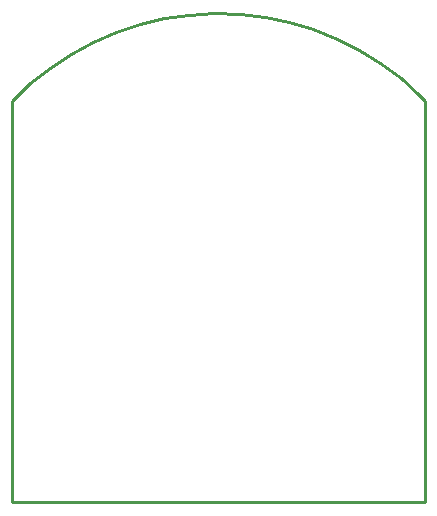
<source format=gbr>
G04 EAGLE Gerber RS-274X export*
G75*
%MOMM*%
%FSLAX34Y34*%
%LPD*%
%IN*%
%IPPOS*%
%AMOC8*
5,1,8,0,0,1.08239X$1,22.5*%
G01*
%ADD10C,0.254000*%


D10*
X-175000Y-40000D02*
X175000Y-40000D01*
X175000Y300000D01*
X170000Y305000D01*
X154101Y319151D01*
X137029Y331862D01*
X118914Y343036D01*
X99894Y352590D01*
X80114Y360449D01*
X59724Y366554D01*
X38880Y370860D01*
X17740Y373332D01*
X-3536Y373952D01*
X-24784Y372715D01*
X-45844Y369632D01*
X-66554Y364724D01*
X-86759Y358031D01*
X-106303Y349601D01*
X-125038Y339501D01*
X-142821Y327806D01*
X-159518Y314605D01*
X-175000Y300000D01*
X-175000Y-40000D01*
M02*

</source>
